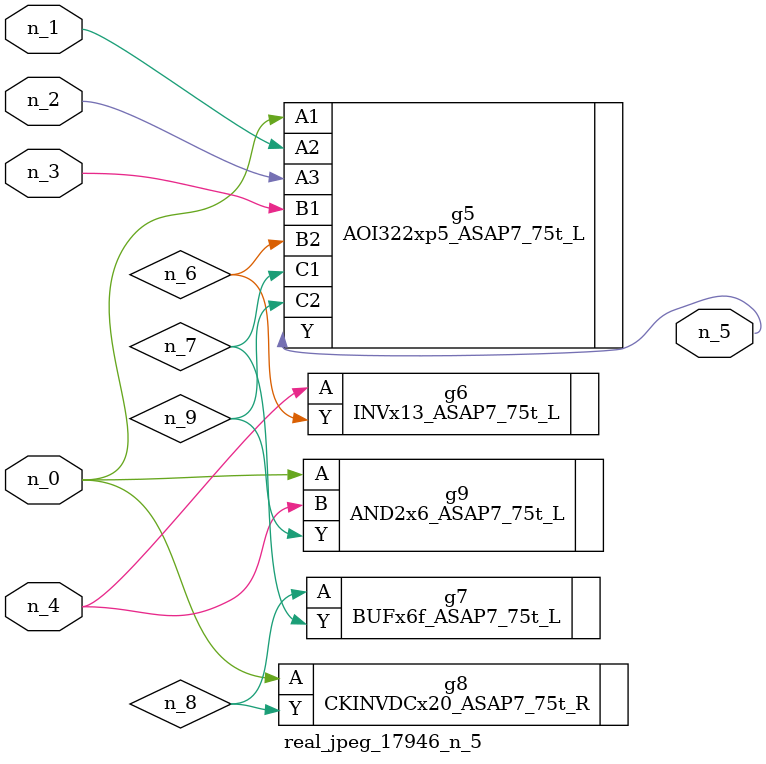
<source format=v>
module real_jpeg_17946_n_5 (n_4, n_0, n_1, n_2, n_3, n_5);

input n_4;
input n_0;
input n_1;
input n_2;
input n_3;

output n_5;

wire n_8;
wire n_6;
wire n_7;
wire n_9;

AOI322xp5_ASAP7_75t_L g5 ( 
.A1(n_0),
.A2(n_1),
.A3(n_2),
.B1(n_3),
.B2(n_6),
.C1(n_7),
.C2(n_9),
.Y(n_5)
);

CKINVDCx20_ASAP7_75t_R g8 ( 
.A(n_0),
.Y(n_8)
);

AND2x6_ASAP7_75t_L g9 ( 
.A(n_0),
.B(n_4),
.Y(n_9)
);

INVx13_ASAP7_75t_L g6 ( 
.A(n_4),
.Y(n_6)
);

BUFx6f_ASAP7_75t_L g7 ( 
.A(n_8),
.Y(n_7)
);


endmodule
</source>
